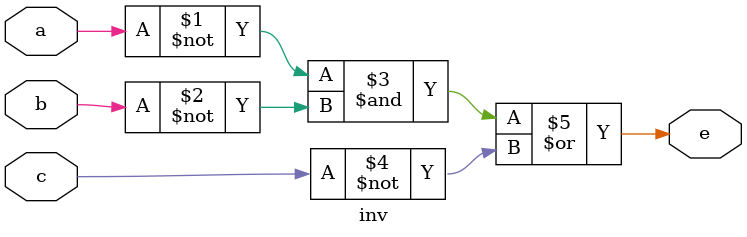
<source format=v>
`timescale 1ns / 1ps


module inv(
    input a, b, c,
    output e
    );
    assign e = ((~a)&(~b))|(~c);
    
endmodule

</source>
